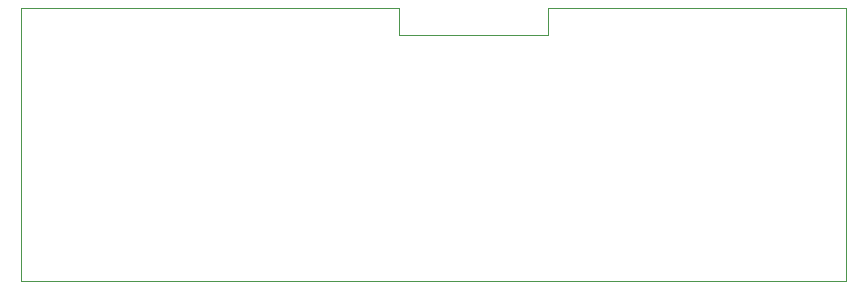
<source format=gm1>
G04 #@! TF.GenerationSoftware,KiCad,Pcbnew,(5.1.12)-1*
G04 #@! TF.CreationDate,2021-11-21T19:42:24+01:00*
G04 #@! TF.ProjectId,buffer,62756666-6572-42e6-9b69-6361645f7063,rev?*
G04 #@! TF.SameCoordinates,Original*
G04 #@! TF.FileFunction,Profile,NP*
%FSLAX46Y46*%
G04 Gerber Fmt 4.6, Leading zero omitted, Abs format (unit mm)*
G04 Created by KiCad (PCBNEW (5.1.12)-1) date 2021-11-21 19:42:24*
%MOMM*%
%LPD*%
G01*
G04 APERTURE LIST*
G04 #@! TA.AperFunction,Profile*
%ADD10C,0.100000*%
G04 #@! TD*
G04 APERTURE END LIST*
D10*
X97326000Y-54416960D02*
X27526800Y-54416960D01*
X97326000Y-31302960D02*
X77488600Y-31328360D01*
X97326000Y-54416960D02*
X97326000Y-31302960D01*
X72154600Y-31328360D02*
X77488600Y-31328360D01*
X72154600Y-33588960D02*
X72154600Y-31328360D01*
X71367200Y-33588960D02*
X72154600Y-33588960D01*
X71367200Y-33588960D02*
X59480000Y-33588960D01*
X59480000Y-33588960D02*
X59480000Y-32826960D01*
X59480000Y-31302960D02*
X59480000Y-32826960D01*
X27526800Y-31302960D02*
X59480000Y-31302960D01*
X27526800Y-31302960D02*
X27526800Y-54416960D01*
M02*

</source>
